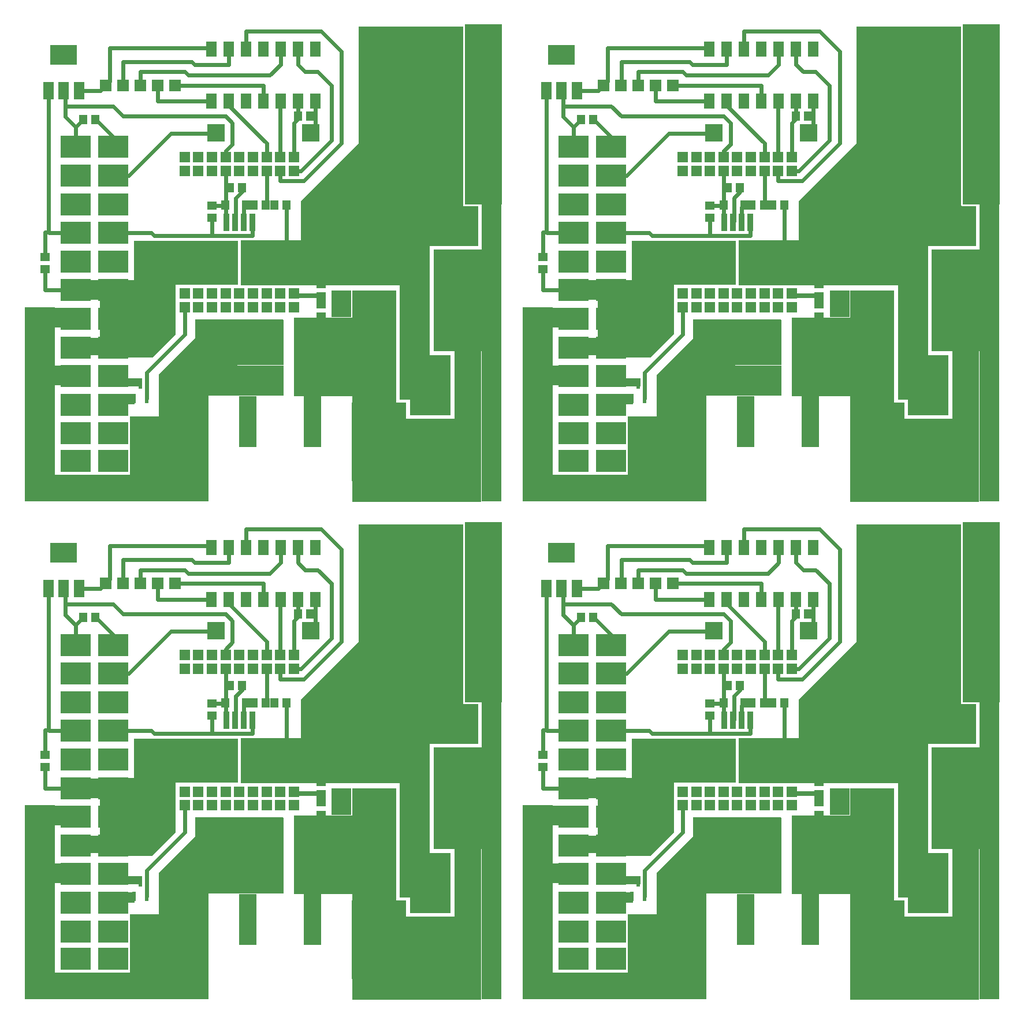
<source format=gbl>
G04 Layer_Physical_Order=2*
G04 Layer_Color=16711680*
%FSAX44Y44*%
%MOMM*%
G71*
G01*
G75*
%ADD10R,2.5000X7.5000*%
%ADD13R,4.5000X22.5000*%
%ADD16R,1.5000X2.3000*%
%ADD17R,2.5000X2.5000*%
%ADD18R,1.8000X1.8000*%
%ADD19R,4.4000X3.2000*%
%ADD20R,4.0000X4.0000*%
%ADD21R,1.6000X1.6000*%
%ADD22R,1.4000X1.2000*%
%ADD23R,1.2000X1.4000*%
%ADD24R,0.5500X1.4500*%
%ADD25R,0.5500X1.4500*%
%ADD26R,1.5000X2.5000*%
%ADD27R,0.9000X2.5000*%
%ADD28C,0.6000*%
%ADD29C,0.7000*%
%ADD30R,6.5000X17.0000*%
%ADD31R,7.0000X3.0000*%
%ADD32R,6.5000X3.0000*%
%ADD33R,11.0000X4.5000*%
%ADD34R,22.5000X4.0000*%
%ADD35R,4.5000X28.5000*%
%ADD36R,8.5000X3.0000*%
%ADD37R,4.0000X3.0000*%
%ADD38R,16.0000X12.2000*%
%ADD39R,8.0000X11.5000*%
%ADD40R,4.0000X11.0000*%
%ADD41R,6.5000X2.5000*%
%ADD42R,15.3000X6.5000*%
%ADD43R,25.3000X6.6000*%
%ADD44R,7.5000X15.0000*%
%ADD45R,4.0000X22.5000*%
%ADD46R,9.0000X11.5000*%
%ADD47R,6.0000X7.5000*%
%ADD48R,6.0000X8.9000*%
%ADD49R,3.0000X9.5000*%
%ADD50R,3.0000X70.0000*%
%ADD51R,3.0000X4.0000*%
%ADD52R,2.9000X1.2000*%
%ADD53R,1.4000X1.6000*%
%ADD54R,4.0000X10.0000*%
%ADD55R,11.5000X9.0000*%
%ADD56R,5.5000X26.5000*%
G36*
X00666874Y00565139D02*
X00667874Y00564725D01*
Y00498139D01*
X00599874D01*
X00558208Y00456473D01*
X00557874D01*
X00556598Y00456219D01*
X00555517Y00455497D01*
X00554794Y00454415D01*
X00554540Y00453139D01*
Y00452805D01*
X00522874Y00421139D01*
X00484874D01*
Y00484139D01*
X00536874Y00536139D01*
X00537874Y00537139D01*
Y00565139D01*
X00666874D01*
D02*
G37*
G36*
X00509874Y00548139D02*
Y00543139D01*
X00475874Y00509139D01*
X00431801D01*
X00430931Y00510064D01*
X00437874Y00623139D01*
X00509874D01*
Y00548139D01*
D02*
G37*
G36*
X00930835Y00733139D02*
X00930990Y00732359D01*
X00931432Y00731697D01*
X00932094Y00731255D01*
X00932874Y00731100D01*
X00952874D01*
Y00673139D01*
X00692874D01*
Y00738139D01*
X00777874Y00823139D01*
Y00994805D01*
X00930835D01*
Y00733139D01*
D02*
G37*
G36*
X01396874Y00565139D02*
X01397874Y00564725D01*
Y00498139D01*
X01329874D01*
X01288208Y00456473D01*
X01287874D01*
X01286598Y00456219D01*
X01285517Y00455497D01*
X01284794Y00454415D01*
X01284540Y00453139D01*
Y00452805D01*
X01252874Y00421139D01*
X01214874D01*
Y00484139D01*
X01266874Y00536139D01*
X01267874Y00537139D01*
Y00565139D01*
X01396874D01*
D02*
G37*
G36*
X01239874Y00548139D02*
Y00543139D01*
X01205874Y00509139D01*
X01161801D01*
X01160931Y00510064D01*
X01167874Y00623139D01*
X01239874D01*
Y00548139D01*
D02*
G37*
G36*
X01660835Y00733139D02*
X01660990Y00732359D01*
X01661432Y00731697D01*
X01662094Y00731255D01*
X01662874Y00731100D01*
X01682874D01*
Y00673139D01*
X01422874D01*
Y00738139D01*
X01507874Y00823139D01*
Y00994805D01*
X01660835D01*
Y00733139D01*
D02*
G37*
G36*
X00666874Y01295139D02*
X00667874Y01294725D01*
Y01228139D01*
X00599874D01*
X00558208Y01186473D01*
X00557874D01*
X00556598Y01186219D01*
X00555517Y01185497D01*
X00554794Y01184415D01*
X00554540Y01183139D01*
Y01182805D01*
X00522874Y01151139D01*
X00484874D01*
Y01214139D01*
X00536874Y01266139D01*
X00537874Y01267139D01*
Y01295139D01*
X00666874D01*
D02*
G37*
G36*
X00509874Y01278139D02*
Y01273139D01*
X00475874Y01239139D01*
X00431801D01*
X00430931Y01240064D01*
X00437874Y01353139D01*
X00509874D01*
Y01278139D01*
D02*
G37*
G36*
X00930835Y01463139D02*
X00930990Y01462359D01*
X00931432Y01461697D01*
X00932094Y01461255D01*
X00932874Y01461100D01*
X00952874D01*
Y01403139D01*
X00692874D01*
Y01468139D01*
X00777874Y01553139D01*
Y01724805D01*
X00930835D01*
Y01463139D01*
D02*
G37*
G36*
X01396874Y01295139D02*
X01397874Y01294725D01*
Y01228139D01*
X01329874D01*
X01288208Y01186473D01*
X01287874D01*
X01286598Y01186219D01*
X01285517Y01185497D01*
X01284794Y01184415D01*
X01284540Y01183139D01*
Y01182805D01*
X01252874Y01151139D01*
X01214874D01*
Y01214139D01*
X01266874Y01266139D01*
X01267874Y01267139D01*
Y01295139D01*
X01396874D01*
D02*
G37*
G36*
X01239874Y01278139D02*
Y01273139D01*
X01205874Y01239139D01*
X01161801D01*
X01160931Y01240064D01*
X01167874Y01353139D01*
X01239874D01*
Y01278139D01*
D02*
G37*
G36*
X01660835Y01463139D02*
X01660990Y01462359D01*
X01661432Y01461697D01*
X01662094Y01461255D01*
X01662874Y01461100D01*
X01682874D01*
Y01403139D01*
X01422874D01*
Y01468139D01*
X01507874Y01553139D01*
Y01724805D01*
X01660835D01*
Y01463139D01*
D02*
G37*
D10*
X00615374Y00415639D02*
D03*
X00710374D02*
D03*
X01345374D02*
D03*
X01440374D02*
D03*
Y01145639D02*
D03*
X01345374D02*
D03*
X00710374D02*
D03*
X00615374D02*
D03*
D13*
X00860374Y00560639D02*
D03*
Y01290639D02*
D03*
X01590374Y00560639D02*
D03*
Y01290639D02*
D03*
D16*
X00714074Y00885039D02*
D03*
X00688674D02*
D03*
X00663274D02*
D03*
X00637874D02*
D03*
X00612474D02*
D03*
X00587074D02*
D03*
X00561674D02*
D03*
X00637874Y00961239D02*
D03*
X00663274D02*
D03*
X00688674D02*
D03*
X00714074D02*
D03*
X00612474D02*
D03*
X00587074D02*
D03*
X00561674D02*
D03*
X00714074Y01615039D02*
D03*
X00688674D02*
D03*
X00663274D02*
D03*
X00637874D02*
D03*
X00612474D02*
D03*
X00587074D02*
D03*
X00561674D02*
D03*
X00637874Y01691239D02*
D03*
X00663274D02*
D03*
X00688674D02*
D03*
X00714074D02*
D03*
X00612474D02*
D03*
X00587074D02*
D03*
X00561674D02*
D03*
X01291674Y00961239D02*
D03*
X01317074D02*
D03*
X01342474D02*
D03*
X01367874D02*
D03*
X01393274D02*
D03*
X01418674D02*
D03*
X01444074D02*
D03*
X01393274Y00885039D02*
D03*
X01418674D02*
D03*
X01444074D02*
D03*
X01367874D02*
D03*
X01342474D02*
D03*
X01317074D02*
D03*
X01291674D02*
D03*
X01418674Y01615039D02*
D03*
X01444074D02*
D03*
X01393274D02*
D03*
X01367874D02*
D03*
X01342474D02*
D03*
X01317074D02*
D03*
X01291674D02*
D03*
X01367874Y01691239D02*
D03*
X01393274D02*
D03*
X01418674D02*
D03*
X01444074D02*
D03*
X01342474D02*
D03*
X01317074D02*
D03*
X01291674D02*
D03*
D17*
X00707374Y00838639D02*
D03*
X00568374D02*
D03*
X00883874Y01172139D02*
D03*
X00933874D02*
D03*
X00912874Y00828139D02*
D03*
X00962874D02*
D03*
X01298374Y00838639D02*
D03*
X01437374D02*
D03*
X01642874Y00828139D02*
D03*
X01692874D02*
D03*
X01663874Y01172139D02*
D03*
X01613874D02*
D03*
X01692874Y01558139D02*
D03*
X01642874D02*
D03*
X01437374Y01568639D02*
D03*
X01298374D02*
D03*
X00962874Y01558139D02*
D03*
X00912874D02*
D03*
X00707374Y01568639D02*
D03*
X00568374D02*
D03*
X00883874Y00442139D02*
D03*
X00933874D02*
D03*
X01613874D02*
D03*
X01663874D02*
D03*
D18*
X00508674Y00908139D02*
D03*
X00483274D02*
D03*
X00457874D02*
D03*
X00432474D02*
D03*
X00407074D02*
D03*
X01137074D02*
D03*
X01162474D02*
D03*
X01187874D02*
D03*
X01213274D02*
D03*
X01238674D02*
D03*
Y01638139D02*
D03*
X01213274D02*
D03*
X01187874D02*
D03*
X01162474D02*
D03*
X01137074D02*
D03*
X00508674D02*
D03*
X00483274D02*
D03*
X00457874D02*
D03*
X00432474D02*
D03*
X00407074D02*
D03*
D19*
X00362874Y00358139D02*
D03*
Y00398139D02*
D03*
Y00440139D02*
D03*
Y00482139D02*
D03*
X00417874Y00398139D02*
D03*
Y00358139D02*
D03*
Y00440139D02*
D03*
Y00482139D02*
D03*
Y00524139D02*
D03*
Y00566139D02*
D03*
Y00608139D02*
D03*
Y00650139D02*
D03*
Y00692139D02*
D03*
Y00734139D02*
D03*
Y00776139D02*
D03*
Y00818139D02*
D03*
X00362874D02*
D03*
Y00776139D02*
D03*
Y00734139D02*
D03*
Y00692139D02*
D03*
Y00650139D02*
D03*
Y00608139D02*
D03*
Y00566139D02*
D03*
Y00524139D02*
D03*
X00417874Y01088139D02*
D03*
Y01128139D02*
D03*
Y01170139D02*
D03*
Y01212139D02*
D03*
Y01254139D02*
D03*
Y01296139D02*
D03*
Y01338139D02*
D03*
Y01380139D02*
D03*
Y01422139D02*
D03*
Y01464139D02*
D03*
Y01506139D02*
D03*
Y01548139D02*
D03*
X00362874D02*
D03*
Y01506139D02*
D03*
Y01464139D02*
D03*
Y01422139D02*
D03*
Y01380139D02*
D03*
Y01338139D02*
D03*
Y01296139D02*
D03*
Y01254139D02*
D03*
Y01212139D02*
D03*
Y01170139D02*
D03*
Y01128139D02*
D03*
Y01088139D02*
D03*
X01092874Y00358139D02*
D03*
Y00398139D02*
D03*
Y00440139D02*
D03*
Y00482139D02*
D03*
X01147874Y00398139D02*
D03*
Y00358139D02*
D03*
Y00440139D02*
D03*
Y00482139D02*
D03*
Y00524139D02*
D03*
Y00566139D02*
D03*
Y00608139D02*
D03*
Y00650139D02*
D03*
Y00692139D02*
D03*
Y00734139D02*
D03*
Y00776139D02*
D03*
Y00818139D02*
D03*
X01092874D02*
D03*
Y00776139D02*
D03*
Y00734139D02*
D03*
Y00692139D02*
D03*
Y00650139D02*
D03*
Y00608139D02*
D03*
Y00566139D02*
D03*
Y00524139D02*
D03*
X01147874Y01088139D02*
D03*
Y01128139D02*
D03*
Y01170139D02*
D03*
Y01212139D02*
D03*
Y01254139D02*
D03*
Y01296139D02*
D03*
Y01338139D02*
D03*
Y01380139D02*
D03*
Y01422139D02*
D03*
Y01464139D02*
D03*
Y01506139D02*
D03*
Y01548139D02*
D03*
X01092874D02*
D03*
Y01506139D02*
D03*
Y01464139D02*
D03*
Y01422139D02*
D03*
Y01380139D02*
D03*
Y01338139D02*
D03*
Y01296139D02*
D03*
Y01254139D02*
D03*
Y01212139D02*
D03*
Y01170139D02*
D03*
Y01128139D02*
D03*
Y01088139D02*
D03*
D20*
X00927874Y00556939D02*
D03*
Y00633139D02*
D03*
Y00709339D02*
D03*
Y01286939D02*
D03*
Y01363139D02*
D03*
Y01439339D02*
D03*
X01657874Y00709339D02*
D03*
Y00633139D02*
D03*
Y00556939D02*
D03*
Y01286939D02*
D03*
Y01363139D02*
D03*
Y01439339D02*
D03*
D21*
X00562874Y00583139D02*
D03*
X00582874D02*
D03*
X00602874Y00583139D02*
D03*
X00622874Y00583139D02*
D03*
X00642874D02*
D03*
X00662874D02*
D03*
X00682874Y00583139D02*
D03*
Y00603139D02*
D03*
X00662874D02*
D03*
X00642874Y00603139D02*
D03*
X00622874Y00603139D02*
D03*
X00602874D02*
D03*
X00582874D02*
D03*
X00562874D02*
D03*
X00542874D02*
D03*
X00522874D02*
D03*
Y00583139D02*
D03*
X00542874D02*
D03*
X00662874Y00783139D02*
D03*
X00682874D02*
D03*
Y00803139D02*
D03*
X00662874Y00803139D02*
D03*
X00642874Y00803139D02*
D03*
X00622874D02*
D03*
Y00783139D02*
D03*
X00642874D02*
D03*
X00602874Y00803139D02*
D03*
Y00783139D02*
D03*
X00582874Y00803139D02*
D03*
X00562874D02*
D03*
Y00783139D02*
D03*
X00582874D02*
D03*
X00542874Y00803139D02*
D03*
X00522874D02*
D03*
Y00783139D02*
D03*
X00542874D02*
D03*
X00662874Y01313139D02*
D03*
X00682874Y01313139D02*
D03*
Y01333139D02*
D03*
X00662874D02*
D03*
X00642874Y01333139D02*
D03*
X00622874Y01333139D02*
D03*
Y01313139D02*
D03*
X00642874D02*
D03*
X00602874Y01333139D02*
D03*
Y01313139D02*
D03*
X00582874Y01333139D02*
D03*
X00562874D02*
D03*
Y01313139D02*
D03*
X00582874D02*
D03*
X00542874Y01333139D02*
D03*
X00522874D02*
D03*
Y01313139D02*
D03*
X00542874D02*
D03*
X00662874Y01513139D02*
D03*
X00682874D02*
D03*
Y01533139D02*
D03*
X00662874Y01533139D02*
D03*
X00642874Y01533139D02*
D03*
X00622874D02*
D03*
Y01513139D02*
D03*
X00642874D02*
D03*
X00602874Y01533139D02*
D03*
Y01513139D02*
D03*
X00582874Y01533139D02*
D03*
X00562874D02*
D03*
Y01513139D02*
D03*
X00582874D02*
D03*
X00542874Y01533139D02*
D03*
X00522874D02*
D03*
Y01513139D02*
D03*
X00542874D02*
D03*
X01252874Y00783139D02*
D03*
X01272874D02*
D03*
X01292874D02*
D03*
X01312874D02*
D03*
X01332874D02*
D03*
X01352874D02*
D03*
X01372874D02*
D03*
X01392874D02*
D03*
X01412874D02*
D03*
Y00803139D02*
D03*
X01392874Y00803139D02*
D03*
X01372874Y00803139D02*
D03*
X01352874D02*
D03*
X01332874D02*
D03*
X01312874D02*
D03*
X01292874D02*
D03*
X01272874D02*
D03*
X01252874D02*
D03*
Y00603139D02*
D03*
X01272874D02*
D03*
Y00583139D02*
D03*
X01252874D02*
D03*
X01292874D02*
D03*
X01312874D02*
D03*
X01332874Y00583139D02*
D03*
X01352874Y00583139D02*
D03*
X01372874D02*
D03*
X01392874D02*
D03*
X01412874Y00583139D02*
D03*
Y00603139D02*
D03*
X01392874D02*
D03*
X01372874Y00603139D02*
D03*
X01352874Y00603139D02*
D03*
X01332874D02*
D03*
X01312874D02*
D03*
X01292874D02*
D03*
X01392874Y01313139D02*
D03*
X01412874Y01313139D02*
D03*
Y01333139D02*
D03*
X01392874D02*
D03*
X01372874Y01333139D02*
D03*
X01352874Y01333139D02*
D03*
Y01313139D02*
D03*
X01372874D02*
D03*
X01332874Y01333139D02*
D03*
Y01313139D02*
D03*
X01312874Y01333139D02*
D03*
X01292874D02*
D03*
Y01313139D02*
D03*
X01312874D02*
D03*
X01272874Y01333139D02*
D03*
X01252874D02*
D03*
Y01313139D02*
D03*
X01272874D02*
D03*
X01392874Y01513139D02*
D03*
X01412874D02*
D03*
Y01533139D02*
D03*
X01392874Y01533139D02*
D03*
X01372874Y01533139D02*
D03*
X01352874D02*
D03*
Y01513139D02*
D03*
X01372874D02*
D03*
X01332874Y01533139D02*
D03*
Y01513139D02*
D03*
X01312874Y01533139D02*
D03*
X01292874D02*
D03*
Y01513139D02*
D03*
X01312874D02*
D03*
X01272874Y01533139D02*
D03*
X01252874D02*
D03*
Y01513139D02*
D03*
X01272874D02*
D03*
D22*
X00317874Y00639139D02*
D03*
Y00657139D02*
D03*
X00562874Y00714139D02*
D03*
Y00732139D02*
D03*
X00722874Y00617139D02*
D03*
Y00599139D02*
D03*
Y00587139D02*
D03*
Y00569139D02*
D03*
X01047874Y00639139D02*
D03*
Y00657139D02*
D03*
X01292874Y00714139D02*
D03*
Y00732139D02*
D03*
X01452874Y00587139D02*
D03*
Y00569139D02*
D03*
Y00599139D02*
D03*
Y00617139D02*
D03*
Y01299139D02*
D03*
Y01317139D02*
D03*
Y01329139D02*
D03*
Y01347139D02*
D03*
X01292874Y01462139D02*
D03*
Y01444139D02*
D03*
X01047874Y01387139D02*
D03*
Y01369139D02*
D03*
X00722874Y01347139D02*
D03*
Y01329139D02*
D03*
Y01317139D02*
D03*
Y01299139D02*
D03*
X00562874Y01444139D02*
D03*
Y01462139D02*
D03*
X00317874Y01387139D02*
D03*
Y01369139D02*
D03*
D23*
X00671874Y00733139D02*
D03*
X00653874D02*
D03*
X00641874D02*
D03*
X00623874D02*
D03*
X00613114Y00733139D02*
D03*
X00606874Y00758139D02*
D03*
X00588874D02*
D03*
X00582634Y00733139D02*
D03*
X00688874Y00863139D02*
D03*
X00706874D02*
D03*
X00391874Y00858139D02*
D03*
X00373874D02*
D03*
X00671874Y01463139D02*
D03*
X00653874D02*
D03*
X00641874D02*
D03*
X00623874D02*
D03*
X00606874Y01488139D02*
D03*
X00588874D02*
D03*
X00613114Y01463139D02*
D03*
X00582634D02*
D03*
X00706874Y01593139D02*
D03*
X00688874D02*
D03*
X00391874Y01588139D02*
D03*
X00373874D02*
D03*
X01103874Y00858139D02*
D03*
X01121874D02*
D03*
X01312634Y00733139D02*
D03*
X01343114D02*
D03*
X01336874Y00758139D02*
D03*
X01318874D02*
D03*
X01353874Y00733139D02*
D03*
X01371874D02*
D03*
X01383874D02*
D03*
X01401874D02*
D03*
X01418874Y00863139D02*
D03*
X01436874D02*
D03*
X01401874Y01463139D02*
D03*
X01383874D02*
D03*
X01371874D02*
D03*
X01353874D02*
D03*
X01336874Y01488139D02*
D03*
X01318874D02*
D03*
X01343114Y01463139D02*
D03*
X01312634D02*
D03*
X01418874Y01593139D02*
D03*
X01436874D02*
D03*
X01121874Y01588139D02*
D03*
X01103874D02*
D03*
D24*
X00457874Y00470807D02*
D03*
X00448222Y00449471D02*
D03*
X00457874Y01200807D02*
D03*
X00448222Y01179471D02*
D03*
X01187874Y00470807D02*
D03*
X01178222Y00449471D02*
D03*
Y01179471D02*
D03*
X01187874Y01200807D02*
D03*
D25*
X00467374Y00449389D02*
D03*
X01197374D02*
D03*
Y01179389D02*
D03*
X00467374D02*
D03*
D26*
X00367874Y00900639D02*
D03*
X00345374D02*
D03*
X00322874D02*
D03*
X01052874D02*
D03*
X01075374D02*
D03*
X01097874D02*
D03*
Y01630639D02*
D03*
X01075374D02*
D03*
X01052874D02*
D03*
X00367874D02*
D03*
X00345374D02*
D03*
X00322874D02*
D03*
D27*
X00596524Y00648639D02*
D03*
X00609224D02*
D03*
X00621924D02*
D03*
X00583824D02*
D03*
X00596524Y00707639D02*
D03*
X00609224D02*
D03*
X00621924D02*
D03*
X00583824D02*
D03*
X00596524Y01378639D02*
D03*
X00609224D02*
D03*
X00621924D02*
D03*
X00583824D02*
D03*
X00596524Y01437639D02*
D03*
X00609224D02*
D03*
X00621924D02*
D03*
X00583824D02*
D03*
X01313824Y00707639D02*
D03*
X01326524D02*
D03*
X01339224D02*
D03*
X01351924D02*
D03*
X01339224Y00648639D02*
D03*
X01326524D02*
D03*
X01313824D02*
D03*
X01351924D02*
D03*
Y01378639D02*
D03*
X01339224D02*
D03*
X01326524D02*
D03*
X01313824D02*
D03*
X01351924Y01437639D02*
D03*
X01339224D02*
D03*
X01326524D02*
D03*
X01313824D02*
D03*
D28*
X00467374Y00449389D02*
Y00487639D01*
X00522874Y00543139D01*
Y00583139D01*
X00621924Y00688139D02*
Y00707639D01*
X00609224D02*
Y00729249D01*
X00597874Y00743139D02*
X00606874Y00752139D01*
Y00758139D01*
X00597874Y00743139D02*
Y00708989D01*
X00621924Y00688139D02*
X00477874D01*
X00473874Y00692139D01*
X00417874D01*
Y00776139D02*
X00440874D01*
X00502874Y00838139D01*
X00567874D01*
X00582874Y00863139D02*
X00592874Y00853139D01*
Y00822139D01*
X00582874Y00812139D01*
Y00803139D01*
X00582874Y00783139D02*
Y00708589D01*
X00562874Y00714139D02*
Y00688139D01*
X00642874Y00734139D02*
Y00783139D01*
X00671874Y00733139D02*
Y00669139D01*
X00697874Y00768139D02*
X00752874Y00823139D01*
Y00958139D01*
X00723274Y00987739D01*
X00612474D01*
Y00961239D01*
X00647874Y00923139D02*
X00663274Y00938539D01*
Y00961239D01*
X00688674D02*
Y00938939D01*
X00699474Y00928139D01*
X00717874D01*
X00737874Y00908139D01*
Y00828139D01*
X00692874Y00783139D01*
X00682874D01*
X00662874D02*
Y00768139D01*
X00662874Y00768139D02*
X00697874D01*
X00682874Y00803139D02*
Y00853139D01*
X00688674Y00858939D01*
Y00885039D01*
X00662874Y00884639D02*
Y00803139D01*
X00707874Y00844139D02*
X00714074Y00850339D01*
Y00885039D01*
X00637874Y00908139D02*
X00508674D01*
X00527874Y00923139D02*
X00647874D01*
X00637874Y00908139D02*
Y00885039D01*
X00587874Y00884239D02*
Y00878139D01*
X00642874Y00823139D01*
Y00803139D01*
X00561674Y00885039D02*
X00482874D01*
Y00907739D01*
X00457874Y00908139D02*
Y00928139D01*
X00522874D01*
X00527874Y00923139D01*
X00559774Y00963139D02*
X00412874D01*
Y00913939D01*
X00399574Y00900639D01*
X00367874D01*
X00347874Y00893139D02*
Y00878139D01*
X00417874D01*
X00432874Y00863139D01*
X00582874D01*
X00581874Y00732139D02*
X00562874D01*
X00417874Y00833139D02*
X00392874Y00858139D01*
X00391874D01*
X00347874Y00878139D02*
Y00862139D01*
X00362874Y00847139D01*
X00373874Y00858139D01*
X00362874Y00847139D02*
Y00818139D01*
X00322874Y00893139D02*
Y00693139D01*
X00323874Y00692139D01*
X00362874D01*
X00322874Y00693139D02*
X00317874D01*
X00317874Y00693139D02*
Y00657139D01*
Y00639139D02*
Y00608139D01*
X00362874D01*
X00432874Y00908539D02*
Y00943139D01*
X00532874D01*
X00537074Y00938939D01*
X00587074D01*
Y00961239D01*
X00467374Y01179389D02*
Y01217639D01*
X00522874Y01273139D01*
Y01313139D01*
X00671874Y01399139D02*
Y01463139D01*
X00697874Y01498139D02*
X00752874Y01553139D01*
Y01688139D01*
X00723274Y01717739D01*
X00612474D01*
Y01691239D01*
X00647874Y01653139D02*
X00663274Y01668539D01*
Y01691239D01*
X00688674D02*
Y01668939D01*
X00699474Y01658139D01*
X00717874D01*
X00737874Y01638139D01*
Y01558139D01*
X00692874Y01513139D01*
X00682874D01*
X00662874D02*
Y01498139D01*
X00662874Y01498139D02*
X00697874D01*
X00682874Y01533139D02*
Y01583139D01*
X00688674Y01588939D01*
Y01615039D01*
X00662874Y01614639D02*
Y01533139D01*
X00707874Y01574139D02*
X00714074Y01580339D01*
Y01615039D01*
X00637874Y01638139D02*
X00508674D01*
X00527874Y01653139D02*
X00647874D01*
X00637874Y01638139D02*
Y01615039D01*
X00587874Y01614239D02*
Y01608139D01*
X00642874Y01553139D01*
Y01533139D01*
X00642874Y01513139D02*
Y01464139D01*
X00606874Y01488139D02*
Y01482139D01*
X00597874Y01473139D01*
Y01438989D01*
X00609224Y01437639D02*
Y01459249D01*
X00621924Y01437639D02*
Y01418139D01*
X00477874D01*
X00473874Y01422139D01*
X00417874D01*
Y01506139D02*
X00440874D01*
X00502874Y01568139D01*
X00567874D01*
X00582874Y01542139D02*
X00592874Y01552139D01*
Y01583139D01*
X00582874Y01593139D01*
X00432874D01*
X00417874Y01608139D01*
X00347874D01*
Y01623139D01*
Y01608139D02*
Y01592139D01*
X00362874Y01577139D01*
X00373874Y01588139D01*
X00362874Y01577139D02*
Y01548139D01*
X00391874Y01588139D02*
X00392874D01*
X00417874Y01563139D01*
X00482874Y01615039D02*
X00561674D01*
X00527874Y01653139D02*
X00522874Y01658139D01*
X00457874D01*
Y01638139D01*
X00482874Y01637739D02*
Y01615039D01*
X00432874Y01638539D02*
Y01673139D01*
X00532874D01*
X00537074Y01668939D01*
X00587074D01*
Y01691239D01*
X00559774Y01693139D02*
X00412874D01*
Y01643939D01*
X00399574Y01630639D01*
X00367874D01*
X00322874Y01623139D02*
Y01423139D01*
X00323874Y01422139D01*
X00362874D01*
X00322874Y01423139D02*
X00317874D01*
X00317874Y01423139D02*
Y01387139D01*
Y01369139D02*
Y01338139D01*
X00362874D01*
X00562874Y01418139D02*
Y01444139D01*
X00582874Y01438589D02*
Y01513139D01*
X00581874Y01462139D02*
X00562874D01*
X00582874Y01533139D02*
Y01542139D01*
X01047874Y01338139D02*
X01092874D01*
X01047874Y01369139D02*
Y01338139D01*
Y01387139D02*
Y01423139D01*
X01047874Y01423139D02*
X01052874D01*
X01053874Y01422139D01*
X01092874D01*
X01052874Y01423139D02*
Y01623139D01*
X01092874Y01577139D02*
X01103874Y01588139D01*
X01092874Y01577139D02*
Y01548139D01*
X01121874Y01588139D02*
X01122874D01*
X01147874Y01563139D01*
Y01608139D02*
X01162874Y01593139D01*
X01312874D01*
X01322874Y01583139D01*
Y01552139D01*
X01312874Y01542139D01*
Y01533139D01*
X01312874Y01513139D02*
Y01438589D01*
X01292874Y01444139D02*
Y01418139D01*
X01327874Y01438989D02*
Y01473139D01*
X01336874Y01482139D01*
Y01488139D01*
X01339224Y01459249D02*
Y01437639D01*
X01351924D02*
Y01418139D01*
X01207874D01*
X01203874Y01422139D01*
X01147874D01*
Y01506139D02*
X01170874D01*
X01232874Y01568139D01*
X01297874D01*
X01317874Y01608139D02*
X01372874Y01553139D01*
Y01533139D01*
X01372874Y01513139D02*
Y01464139D01*
X01401874Y01463139D02*
Y01399139D01*
X01427874Y01498139D02*
X01482874Y01553139D01*
Y01688139D01*
X01453274Y01717739D01*
X01342474D01*
Y01691239D01*
X01317074D02*
Y01668939D01*
X01267074D01*
X01262874Y01673139D01*
X01162874D01*
Y01638539D01*
X01142874Y01643939D02*
Y01693139D01*
X01289774D01*
X01257874Y01653139D02*
X01377874D01*
X01393274Y01668539D01*
Y01691239D01*
X01429474Y01658139D02*
X01447874D01*
X01467874Y01638139D01*
Y01558139D01*
X01422874Y01513139D01*
X01412874D01*
X01392874D02*
Y01498139D01*
X01392874Y01498139D02*
X01427874D01*
X01412874Y01533139D02*
Y01583139D01*
X01418674Y01588939D01*
Y01615039D01*
X01444074D02*
Y01580339D01*
X01437874Y01574139D01*
X01392874Y01614639D02*
Y01533139D01*
X01367874Y01615039D02*
Y01638139D01*
X01238674D01*
X01212874Y01637739D02*
Y01615039D01*
X01291674D01*
X01317874Y01614239D02*
Y01608139D01*
X01257874Y01653139D02*
X01252874Y01658139D01*
X01187874D01*
Y01638139D01*
X01142874Y01643939D02*
X01129574Y01630639D01*
X01097874D01*
X01077874Y01623139D02*
Y01608139D01*
X01147874D01*
X01077874D02*
Y01592139D01*
X01092874Y01577139D01*
X01292874Y01462139D02*
X01311874D01*
X01252874Y01313139D02*
Y01273139D01*
X01197374Y01217639D01*
Y01179389D01*
X01342474Y00987739D02*
X01453274D01*
X01482874Y00958139D01*
Y00823139D01*
X01427874Y00768139D01*
X01392874D01*
X01392874Y00768139D02*
Y00783139D01*
X01412874D02*
X01422874D01*
X01467874Y00828139D01*
Y00908139D01*
X01447874Y00928139D01*
X01429474D01*
X01418674Y00938939D01*
Y00961239D01*
X01393274D02*
Y00938539D01*
X01377874Y00923139D01*
X01257874D01*
X01252874Y00928139D01*
X01187874D01*
Y00908139D01*
X01212874Y00885039D02*
X01291674D01*
X01312874Y00863139D02*
X01322874Y00853139D01*
Y00822139D01*
X01312874Y00812139D01*
Y00803139D01*
X01312874Y00783139D02*
Y00708589D01*
X01292874Y00714139D02*
Y00688139D01*
X01327874Y00708989D02*
Y00743139D01*
X01336874Y00752139D01*
Y00758139D01*
X01339224Y00729249D02*
Y00707639D01*
X01351924Y00688139D02*
Y00707639D01*
Y00688139D02*
X01207874D01*
X01203874Y00692139D01*
X01147874D01*
Y00776139D02*
X01170874D01*
X01232874Y00838139D01*
X01297874D01*
X01312874Y00863139D02*
X01162874D01*
X01147874Y00878139D01*
X01077874D01*
Y00893139D01*
Y00878139D02*
Y00862139D01*
X01092874Y00847139D01*
X01103874Y00858139D01*
X01092874Y00847139D02*
Y00818139D01*
X01121874Y00858139D02*
X01122874D01*
X01147874Y00833139D01*
X01212874Y00885039D02*
Y00907739D01*
X01238674Y00908139D02*
X01367874D01*
Y00885039D01*
X01412874Y00853139D02*
X01418674Y00858939D01*
Y00885039D01*
X01444074D02*
Y00850339D01*
X01437874Y00844139D01*
X01392874Y00884639D02*
Y00803139D01*
X01412874D02*
Y00853139D01*
X01372874Y00823139D02*
X01317874Y00878139D01*
Y00884239D01*
X01372874Y00823139D02*
Y00803139D01*
X01372874Y00783139D02*
Y00734139D01*
X01401874Y00733139D02*
Y00669139D01*
X01311874Y00732139D02*
X01292874D01*
X01252874Y00583139D02*
Y00543139D01*
X01197374Y00487639D01*
Y00449389D01*
X01092874Y00608139D02*
X01047874D01*
Y00639139D01*
Y00657139D02*
Y00693139D01*
X01047874Y00693139D02*
X01052874D01*
X01053874Y00692139D01*
X01092874D01*
X01052874Y00693139D02*
Y00893139D01*
X01097874Y00900639D02*
X01129574D01*
X01142874Y00913939D01*
Y00963139D01*
X01289774D01*
X01317074Y00961239D02*
Y00938939D01*
X01267074D01*
X01262874Y00943139D01*
X01162874D01*
Y00908539D01*
X01342474Y00961239D02*
Y00987739D01*
X01429474Y01658139D02*
X01418674Y01668939D01*
Y01691239D01*
D29*
X00682874Y00600139D02*
X00721874D01*
X01412874D02*
X01451874D01*
Y01330139D02*
X01412874D01*
X00721874D02*
X00682874D01*
D30*
X00800374Y00523139D02*
D03*
X01530374D02*
D03*
Y01253139D02*
D03*
X00800374D02*
D03*
D31*
X00347874Y00568139D02*
D03*
X01077874D02*
D03*
Y01298139D02*
D03*
X00347874D02*
D03*
D32*
X00350374Y00483139D02*
D03*
X01080374D02*
D03*
Y01213139D02*
D03*
X00350374D02*
D03*
D33*
X00612874Y00475639D02*
D03*
X01342874D02*
D03*
Y01205639D02*
D03*
X00612874D02*
D03*
D34*
X00445374Y00318139D02*
D03*
Y01048139D02*
D03*
X01175374Y00318139D02*
D03*
Y01048139D02*
D03*
D35*
X00310374Y00440639D02*
D03*
Y01170639D02*
D03*
X01040374Y00440639D02*
D03*
Y01170639D02*
D03*
D36*
X00385374Y00608139D02*
D03*
X01115374D02*
D03*
Y01338139D02*
D03*
X00385374D02*
D03*
D37*
X00345374Y00953139D02*
D03*
Y01683139D02*
D03*
X01075374Y00953139D02*
D03*
Y01683139D02*
D03*
D38*
X00847874Y00359139D02*
D03*
X01577874D02*
D03*
Y01089139D02*
D03*
X00847874D02*
D03*
D39*
X00807874Y00385639D02*
D03*
X01537874D02*
D03*
Y01115639D02*
D03*
X00807874D02*
D03*
D40*
X00417874Y00568139D02*
D03*
X01147874D02*
D03*
Y01298139D02*
D03*
X00417874D02*
D03*
D41*
X00375374Y00525639D02*
D03*
X01105374D02*
D03*
Y01255639D02*
D03*
X00375374D02*
D03*
D42*
X00524374Y00648639D02*
D03*
X01254374D02*
D03*
Y01378639D02*
D03*
X00524374D02*
D03*
D43*
X00731374Y00648139D02*
D03*
X01461374D02*
D03*
Y01378139D02*
D03*
X00731374D02*
D03*
D44*
X00925374Y00593139D02*
D03*
X01655374D02*
D03*
Y01323139D02*
D03*
X00925374D02*
D03*
D45*
X00937874Y00410639D02*
D03*
X01667874D02*
D03*
Y01140639D02*
D03*
X00937874D02*
D03*
D46*
X00727874Y00510639D02*
D03*
X01457874D02*
D03*
Y01240639D02*
D03*
X00727874D02*
D03*
D47*
X00867874Y00710639D02*
D03*
X01597874D02*
D03*
Y01440639D02*
D03*
X00867874D02*
D03*
D48*
X00882874Y00468639D02*
D03*
X01612874D02*
D03*
Y01198639D02*
D03*
X00882874D02*
D03*
D49*
X00867874Y00555639D02*
D03*
X01597874D02*
D03*
Y01285639D02*
D03*
X00867874D02*
D03*
D50*
X00972874Y00648139D02*
D03*
X01702874D02*
D03*
Y01378139D02*
D03*
X00972874D02*
D03*
D51*
X00752874Y00588139D02*
D03*
X01482874D02*
D03*
Y01318139D02*
D03*
X00752874D02*
D03*
D52*
X00446374Y00473139D02*
D03*
Y01203139D02*
D03*
X01176374Y00473139D02*
D03*
Y01203139D02*
D03*
D53*
X00442874Y00448139D02*
D03*
X01172874D02*
D03*
Y01178139D02*
D03*
X00442874D02*
D03*
D54*
X00537874Y00448139D02*
D03*
X01267874D02*
D03*
Y01178139D02*
D03*
X00537874D02*
D03*
D55*
X00500374Y00378139D02*
D03*
X01230374D02*
D03*
Y01108139D02*
D03*
X00500374D02*
D03*
D56*
X00960374Y00865639D02*
D03*
X01690374D02*
D03*
Y01595639D02*
D03*
X00960374D02*
D03*
M02*

</source>
